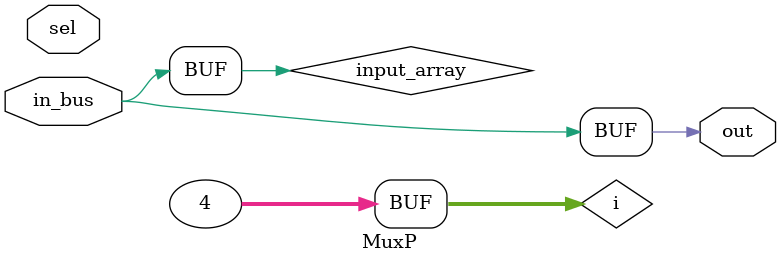
<source format=v>
module MuxP (    input         in_bus, input       sel, output                   out);
parameter  WIDTH    = 8;
parameter  CHANNELS = 4;

integer i;


reg      input_array ;
assign  out = input_array;
always @*
    for(i=0; i<CHANNELS; i=i+1)
        input_array = in_bus;
function integer clogb2;
  input depth;
  integer i,result;
  begin
    for (i = 0; 2 ** i < depth; i = i + 1)
      result = i + 1;
    clogb2 = result;
  end
endfunction
endmodule

</source>
